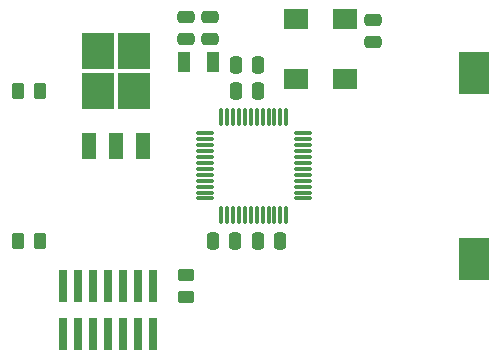
<source format=gbr>
%TF.GenerationSoftware,KiCad,Pcbnew,6.0.2+dfsg-1*%
%TF.CreationDate,2024-09-23T07:34:14+01:00*%
%TF.ProjectId,Circuit,43697263-7569-4742-9e6b-696361645f70,rev?*%
%TF.SameCoordinates,Original*%
%TF.FileFunction,Paste,Top*%
%TF.FilePolarity,Positive*%
%FSLAX46Y46*%
G04 Gerber Fmt 4.6, Leading zero omitted, Abs format (unit mm)*
G04 Created by KiCad (PCBNEW 6.0.2+dfsg-1) date 2024-09-23 07:34:14*
%MOMM*%
%LPD*%
G01*
G04 APERTURE LIST*
G04 Aperture macros list*
%AMRoundRect*
0 Rectangle with rounded corners*
0 $1 Rounding radius*
0 $2 $3 $4 $5 $6 $7 $8 $9 X,Y pos of 4 corners*
0 Add a 4 corners polygon primitive as box body*
4,1,4,$2,$3,$4,$5,$6,$7,$8,$9,$2,$3,0*
0 Add four circle primitives for the rounded corners*
1,1,$1+$1,$2,$3*
1,1,$1+$1,$4,$5*
1,1,$1+$1,$6,$7*
1,1,$1+$1,$8,$9*
0 Add four rect primitives between the rounded corners*
20,1,$1+$1,$2,$3,$4,$5,0*
20,1,$1+$1,$4,$5,$6,$7,0*
20,1,$1+$1,$6,$7,$8,$9,0*
20,1,$1+$1,$8,$9,$2,$3,0*%
G04 Aperture macros list end*
%ADD10RoundRect,0.250000X-0.262500X-0.450000X0.262500X-0.450000X0.262500X0.450000X-0.262500X0.450000X0*%
%ADD11R,2.600000X3.600000*%
%ADD12R,2.750000X3.050000*%
%ADD13R,1.200000X2.200000*%
%ADD14RoundRect,0.250000X-0.250000X-0.475000X0.250000X-0.475000X0.250000X0.475000X-0.250000X0.475000X0*%
%ADD15RoundRect,0.250000X0.262500X0.450000X-0.262500X0.450000X-0.262500X-0.450000X0.262500X-0.450000X0*%
%ADD16RoundRect,0.075000X0.075000X-0.662500X0.075000X0.662500X-0.075000X0.662500X-0.075000X-0.662500X0*%
%ADD17RoundRect,0.075000X0.662500X-0.075000X0.662500X0.075000X-0.662500X0.075000X-0.662500X-0.075000X0*%
%ADD18RoundRect,0.250000X0.250000X0.475000X-0.250000X0.475000X-0.250000X-0.475000X0.250000X-0.475000X0*%
%ADD19RoundRect,0.250000X-0.450000X0.262500X-0.450000X-0.262500X0.450000X-0.262500X0.450000X0.262500X0*%
%ADD20R,2.000000X1.800000*%
%ADD21RoundRect,0.250000X0.475000X-0.250000X0.475000X0.250000X-0.475000X0.250000X-0.475000X-0.250000X0*%
%ADD22R,0.740000X2.790000*%
%ADD23R,1.000000X1.800000*%
G04 APERTURE END LIST*
D10*
%TO.C,R2*%
X75287500Y-77470000D03*
X77112500Y-77470000D03*
%TD*%
D11*
%TO.C,B1*%
X113919000Y-79020000D03*
X113919000Y-63220000D03*
%TD*%
D12*
%TO.C,U2*%
X82040000Y-64770000D03*
X85090000Y-64770000D03*
X85090000Y-61420000D03*
X82040000Y-61420000D03*
D13*
X81285000Y-69395000D03*
X83565000Y-69395000D03*
X85845000Y-69395000D03*
%TD*%
D14*
%TO.C,C7*%
X93726000Y-64770000D03*
X95626000Y-64770000D03*
%TD*%
D15*
%TO.C,R1*%
X77112500Y-64770000D03*
X75287500Y-64770000D03*
%TD*%
D16*
%TO.C,U1*%
X92500000Y-75282500D03*
X93000000Y-75282500D03*
X93500000Y-75282500D03*
X94000000Y-75282500D03*
X94500000Y-75282500D03*
X95000000Y-75282500D03*
X95500000Y-75282500D03*
X96000000Y-75282500D03*
X96500000Y-75282500D03*
X97000000Y-75282500D03*
X97500000Y-75282500D03*
X98000000Y-75282500D03*
D17*
X99412500Y-73870000D03*
X99412500Y-73370000D03*
X99412500Y-72870000D03*
X99412500Y-72370000D03*
X99412500Y-71870000D03*
X99412500Y-71370000D03*
X99412500Y-70870000D03*
X99412500Y-70370000D03*
X99412500Y-69870000D03*
X99412500Y-69370000D03*
X99412500Y-68870000D03*
X99412500Y-68370000D03*
D16*
X98000000Y-66957500D03*
X97500000Y-66957500D03*
X97000000Y-66957500D03*
X96500000Y-66957500D03*
X96000000Y-66957500D03*
X95500000Y-66957500D03*
X95000000Y-66957500D03*
X94500000Y-66957500D03*
X94000000Y-66957500D03*
X93500000Y-66957500D03*
X93000000Y-66957500D03*
X92500000Y-66957500D03*
D17*
X91087500Y-68370000D03*
X91087500Y-68870000D03*
X91087500Y-69370000D03*
X91087500Y-69870000D03*
X91087500Y-70370000D03*
X91087500Y-70870000D03*
X91087500Y-71370000D03*
X91087500Y-71870000D03*
X91087500Y-72370000D03*
X91087500Y-72870000D03*
X91087500Y-73370000D03*
X91087500Y-73870000D03*
%TD*%
D18*
%TO.C,C1*%
X93660000Y-77470000D03*
X91760000Y-77470000D03*
%TD*%
D19*
%TO.C,R3*%
X89535000Y-80367500D03*
X89535000Y-82192500D03*
%TD*%
D20*
%TO.C,X1*%
X102997000Y-63754000D03*
X102997000Y-58674000D03*
X98797000Y-58674000D03*
X98797000Y-63754000D03*
%TD*%
D21*
%TO.C,C5*%
X91567000Y-60386000D03*
X91567000Y-58486000D03*
%TD*%
%TO.C,C3*%
X105342000Y-60640000D03*
X105342000Y-58740000D03*
%TD*%
D14*
%TO.C,C2*%
X95570000Y-77470000D03*
X97470000Y-77470000D03*
%TD*%
D21*
%TO.C,C4*%
X89535000Y-60386000D03*
X89535000Y-58486000D03*
%TD*%
D22*
%TO.C,J2*%
X79121000Y-85347000D03*
X79121000Y-81277000D03*
X80391000Y-85347000D03*
X80391000Y-81277000D03*
X81661000Y-85347000D03*
X81661000Y-81277000D03*
X82931000Y-85347000D03*
X82931000Y-81277000D03*
X84201000Y-85347000D03*
X84201000Y-81277000D03*
X85471000Y-85347000D03*
X85471000Y-81277000D03*
X86741000Y-85347000D03*
X86741000Y-81277000D03*
%TD*%
D23*
%TO.C,Y1*%
X89301000Y-62357000D03*
X91801000Y-62357000D03*
%TD*%
D14*
%TO.C,C6*%
X93726000Y-62611000D03*
X95626000Y-62611000D03*
%TD*%
M02*

</source>
